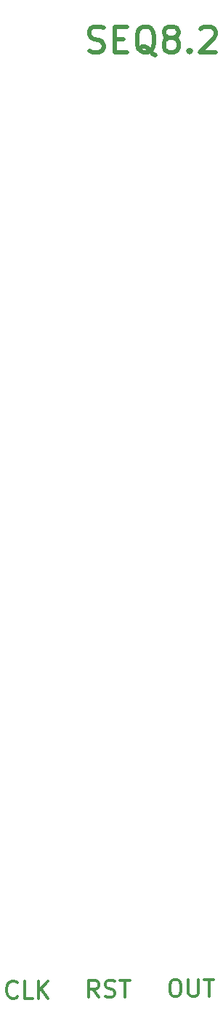
<source format=gts>
G04 #@! TF.GenerationSoftware,KiCad,Pcbnew,5.1.7-a382d34a8~87~ubuntu18.04.1*
G04 #@! TF.CreationDate,2021-01-14T14:15:41+00:00*
G04 #@! TF.ProjectId,seq8.2-panel,73657138-2e32-42d7-9061-6e656c2e6b69,rev?*
G04 #@! TF.SameCoordinates,Original*
G04 #@! TF.FileFunction,Soldermask,Top*
G04 #@! TF.FilePolarity,Negative*
%FSLAX46Y46*%
G04 Gerber Fmt 4.6, Leading zero omitted, Abs format (unit mm)*
G04 Created by KiCad (PCBNEW 5.1.7-a382d34a8~87~ubuntu18.04.1) date 2021-01-14 14:15:41*
%MOMM*%
%LPD*%
G01*
G04 APERTURE LIST*
%ADD10C,0.300000*%
%ADD11C,0.500000*%
G04 APERTURE END LIST*
D10*
X101900000Y-141104761D02*
X102280952Y-141104761D01*
X102471428Y-141200000D01*
X102661904Y-141390476D01*
X102757142Y-141771428D01*
X102757142Y-142438095D01*
X102661904Y-142819047D01*
X102471428Y-143009523D01*
X102280952Y-143104761D01*
X101900000Y-143104761D01*
X101709523Y-143009523D01*
X101519047Y-142819047D01*
X101423809Y-142438095D01*
X101423809Y-141771428D01*
X101519047Y-141390476D01*
X101709523Y-141200000D01*
X101900000Y-141104761D01*
X103614285Y-141104761D02*
X103614285Y-142723809D01*
X103709523Y-142914285D01*
X103804761Y-143009523D01*
X103995238Y-143104761D01*
X104376190Y-143104761D01*
X104566666Y-143009523D01*
X104661904Y-142914285D01*
X104757142Y-142723809D01*
X104757142Y-141104761D01*
X105423809Y-141104761D02*
X106566666Y-141104761D01*
X105995238Y-143104761D02*
X105995238Y-141104761D01*
X93154761Y-143204761D02*
X92488095Y-142252380D01*
X92011904Y-143204761D02*
X92011904Y-141204761D01*
X92773809Y-141204761D01*
X92964285Y-141300000D01*
X93059523Y-141395238D01*
X93154761Y-141585714D01*
X93154761Y-141871428D01*
X93059523Y-142061904D01*
X92964285Y-142157142D01*
X92773809Y-142252380D01*
X92011904Y-142252380D01*
X93916666Y-143109523D02*
X94202380Y-143204761D01*
X94678571Y-143204761D01*
X94869047Y-143109523D01*
X94964285Y-143014285D01*
X95059523Y-142823809D01*
X95059523Y-142633333D01*
X94964285Y-142442857D01*
X94869047Y-142347619D01*
X94678571Y-142252380D01*
X94297619Y-142157142D01*
X94107142Y-142061904D01*
X94011904Y-141966666D01*
X93916666Y-141776190D01*
X93916666Y-141585714D01*
X94011904Y-141395238D01*
X94107142Y-141300000D01*
X94297619Y-141204761D01*
X94773809Y-141204761D01*
X95059523Y-141300000D01*
X95630952Y-141204761D02*
X96773809Y-141204761D01*
X96202380Y-143204761D02*
X96202380Y-141204761D01*
X83659523Y-143114285D02*
X83564285Y-143209523D01*
X83278571Y-143304761D01*
X83088095Y-143304761D01*
X82802380Y-143209523D01*
X82611904Y-143019047D01*
X82516666Y-142828571D01*
X82421428Y-142447619D01*
X82421428Y-142161904D01*
X82516666Y-141780952D01*
X82611904Y-141590476D01*
X82802380Y-141400000D01*
X83088095Y-141304761D01*
X83278571Y-141304761D01*
X83564285Y-141400000D01*
X83659523Y-141495238D01*
X85469047Y-143304761D02*
X84516666Y-143304761D01*
X84516666Y-141304761D01*
X86135714Y-143304761D02*
X86135714Y-141304761D01*
X87278571Y-143304761D02*
X86421428Y-142161904D01*
X87278571Y-141304761D02*
X86135714Y-142447619D01*
D11*
X92042857Y-32964285D02*
X92471428Y-33107142D01*
X93185714Y-33107142D01*
X93471428Y-32964285D01*
X93614285Y-32821428D01*
X93757142Y-32535714D01*
X93757142Y-32250000D01*
X93614285Y-31964285D01*
X93471428Y-31821428D01*
X93185714Y-31678571D01*
X92614285Y-31535714D01*
X92328571Y-31392857D01*
X92185714Y-31250000D01*
X92042857Y-30964285D01*
X92042857Y-30678571D01*
X92185714Y-30392857D01*
X92328571Y-30250000D01*
X92614285Y-30107142D01*
X93328571Y-30107142D01*
X93757142Y-30250000D01*
X95042857Y-31535714D02*
X96042857Y-31535714D01*
X96471428Y-33107142D02*
X95042857Y-33107142D01*
X95042857Y-30107142D01*
X96471428Y-30107142D01*
X99757142Y-33392857D02*
X99471428Y-33250000D01*
X99185714Y-32964285D01*
X98757142Y-32535714D01*
X98471428Y-32392857D01*
X98185714Y-32392857D01*
X98328571Y-33107142D02*
X98042857Y-32964285D01*
X97757142Y-32678571D01*
X97614285Y-32107142D01*
X97614285Y-31107142D01*
X97757142Y-30535714D01*
X98042857Y-30250000D01*
X98328571Y-30107142D01*
X98900000Y-30107142D01*
X99185714Y-30250000D01*
X99471428Y-30535714D01*
X99614285Y-31107142D01*
X99614285Y-32107142D01*
X99471428Y-32678571D01*
X99185714Y-32964285D01*
X98900000Y-33107142D01*
X98328571Y-33107142D01*
X101328571Y-31392857D02*
X101042857Y-31250000D01*
X100900000Y-31107142D01*
X100757142Y-30821428D01*
X100757142Y-30678571D01*
X100900000Y-30392857D01*
X101042857Y-30250000D01*
X101328571Y-30107142D01*
X101900000Y-30107142D01*
X102185714Y-30250000D01*
X102328571Y-30392857D01*
X102471428Y-30678571D01*
X102471428Y-30821428D01*
X102328571Y-31107142D01*
X102185714Y-31250000D01*
X101900000Y-31392857D01*
X101328571Y-31392857D01*
X101042857Y-31535714D01*
X100900000Y-31678571D01*
X100757142Y-31964285D01*
X100757142Y-32535714D01*
X100900000Y-32821428D01*
X101042857Y-32964285D01*
X101328571Y-33107142D01*
X101900000Y-33107142D01*
X102185714Y-32964285D01*
X102328571Y-32821428D01*
X102471428Y-32535714D01*
X102471428Y-31964285D01*
X102328571Y-31678571D01*
X102185714Y-31535714D01*
X101900000Y-31392857D01*
X103757142Y-32821428D02*
X103900000Y-32964285D01*
X103757142Y-33107142D01*
X103614285Y-32964285D01*
X103757142Y-32821428D01*
X103757142Y-33107142D01*
X105042857Y-30392857D02*
X105185714Y-30250000D01*
X105471428Y-30107142D01*
X106185714Y-30107142D01*
X106471428Y-30250000D01*
X106614285Y-30392857D01*
X106757142Y-30678571D01*
X106757142Y-30964285D01*
X106614285Y-31392857D01*
X104900000Y-33107142D01*
X106757142Y-33107142D01*
D10*
X101900000Y-141104761D02*
X102280952Y-141104761D01*
X102471428Y-141200000D01*
X102661904Y-141390476D01*
X102757142Y-141771428D01*
X102757142Y-142438095D01*
X102661904Y-142819047D01*
X102471428Y-143009523D01*
X102280952Y-143104761D01*
X101900000Y-143104761D01*
X101709523Y-143009523D01*
X101519047Y-142819047D01*
X101423809Y-142438095D01*
X101423809Y-141771428D01*
X101519047Y-141390476D01*
X101709523Y-141200000D01*
X101900000Y-141104761D01*
X103614285Y-141104761D02*
X103614285Y-142723809D01*
X103709523Y-142914285D01*
X103804761Y-143009523D01*
X103995238Y-143104761D01*
X104376190Y-143104761D01*
X104566666Y-143009523D01*
X104661904Y-142914285D01*
X104757142Y-142723809D01*
X104757142Y-141104761D01*
X105423809Y-141104761D02*
X106566666Y-141104761D01*
X105995238Y-143104761D02*
X105995238Y-141104761D01*
X93154761Y-143204761D02*
X92488095Y-142252380D01*
X92011904Y-143204761D02*
X92011904Y-141204761D01*
X92773809Y-141204761D01*
X92964285Y-141300000D01*
X93059523Y-141395238D01*
X93154761Y-141585714D01*
X93154761Y-141871428D01*
X93059523Y-142061904D01*
X92964285Y-142157142D01*
X92773809Y-142252380D01*
X92011904Y-142252380D01*
X93916666Y-143109523D02*
X94202380Y-143204761D01*
X94678571Y-143204761D01*
X94869047Y-143109523D01*
X94964285Y-143014285D01*
X95059523Y-142823809D01*
X95059523Y-142633333D01*
X94964285Y-142442857D01*
X94869047Y-142347619D01*
X94678571Y-142252380D01*
X94297619Y-142157142D01*
X94107142Y-142061904D01*
X94011904Y-141966666D01*
X93916666Y-141776190D01*
X93916666Y-141585714D01*
X94011904Y-141395238D01*
X94107142Y-141300000D01*
X94297619Y-141204761D01*
X94773809Y-141204761D01*
X95059523Y-141300000D01*
X95630952Y-141204761D02*
X96773809Y-141204761D01*
X96202380Y-143204761D02*
X96202380Y-141204761D01*
X83659523Y-143114285D02*
X83564285Y-143209523D01*
X83278571Y-143304761D01*
X83088095Y-143304761D01*
X82802380Y-143209523D01*
X82611904Y-143019047D01*
X82516666Y-142828571D01*
X82421428Y-142447619D01*
X82421428Y-142161904D01*
X82516666Y-141780952D01*
X82611904Y-141590476D01*
X82802380Y-141400000D01*
X83088095Y-141304761D01*
X83278571Y-141304761D01*
X83564285Y-141400000D01*
X83659523Y-141495238D01*
X85469047Y-143304761D02*
X84516666Y-143304761D01*
X84516666Y-141304761D01*
X86135714Y-143304761D02*
X86135714Y-141304761D01*
X87278571Y-143304761D02*
X86421428Y-142161904D01*
X87278571Y-141304761D02*
X86135714Y-142447619D01*
D11*
X92042857Y-32964285D02*
X92471428Y-33107142D01*
X93185714Y-33107142D01*
X93471428Y-32964285D01*
X93614285Y-32821428D01*
X93757142Y-32535714D01*
X93757142Y-32250000D01*
X93614285Y-31964285D01*
X93471428Y-31821428D01*
X93185714Y-31678571D01*
X92614285Y-31535714D01*
X92328571Y-31392857D01*
X92185714Y-31250000D01*
X92042857Y-30964285D01*
X92042857Y-30678571D01*
X92185714Y-30392857D01*
X92328571Y-30250000D01*
X92614285Y-30107142D01*
X93328571Y-30107142D01*
X93757142Y-30250000D01*
X95042857Y-31535714D02*
X96042857Y-31535714D01*
X96471428Y-33107142D02*
X95042857Y-33107142D01*
X95042857Y-30107142D01*
X96471428Y-30107142D01*
X99757142Y-33392857D02*
X99471428Y-33250000D01*
X99185714Y-32964285D01*
X98757142Y-32535714D01*
X98471428Y-32392857D01*
X98185714Y-32392857D01*
X98328571Y-33107142D02*
X98042857Y-32964285D01*
X97757142Y-32678571D01*
X97614285Y-32107142D01*
X97614285Y-31107142D01*
X97757142Y-30535714D01*
X98042857Y-30250000D01*
X98328571Y-30107142D01*
X98900000Y-30107142D01*
X99185714Y-30250000D01*
X99471428Y-30535714D01*
X99614285Y-31107142D01*
X99614285Y-32107142D01*
X99471428Y-32678571D01*
X99185714Y-32964285D01*
X98900000Y-33107142D01*
X98328571Y-33107142D01*
X101328571Y-31392857D02*
X101042857Y-31250000D01*
X100900000Y-31107142D01*
X100757142Y-30821428D01*
X100757142Y-30678571D01*
X100900000Y-30392857D01*
X101042857Y-30250000D01*
X101328571Y-30107142D01*
X101900000Y-30107142D01*
X102185714Y-30250000D01*
X102328571Y-30392857D01*
X102471428Y-30678571D01*
X102471428Y-30821428D01*
X102328571Y-31107142D01*
X102185714Y-31250000D01*
X101900000Y-31392857D01*
X101328571Y-31392857D01*
X101042857Y-31535714D01*
X100900000Y-31678571D01*
X100757142Y-31964285D01*
X100757142Y-32535714D01*
X100900000Y-32821428D01*
X101042857Y-32964285D01*
X101328571Y-33107142D01*
X101900000Y-33107142D01*
X102185714Y-32964285D01*
X102328571Y-32821428D01*
X102471428Y-32535714D01*
X102471428Y-31964285D01*
X102328571Y-31678571D01*
X102185714Y-31535714D01*
X101900000Y-31392857D01*
X103757142Y-32821428D02*
X103900000Y-32964285D01*
X103757142Y-33107142D01*
X103614285Y-32964285D01*
X103757142Y-32821428D01*
X103757142Y-33107142D01*
X105042857Y-30392857D02*
X105185714Y-30250000D01*
X105471428Y-30107142D01*
X106185714Y-30107142D01*
X106471428Y-30250000D01*
X106614285Y-30392857D01*
X106757142Y-30678571D01*
X106757142Y-30964285D01*
X106614285Y-31392857D01*
X104900000Y-33107142D01*
X106757142Y-33107142D01*
M02*

</source>
